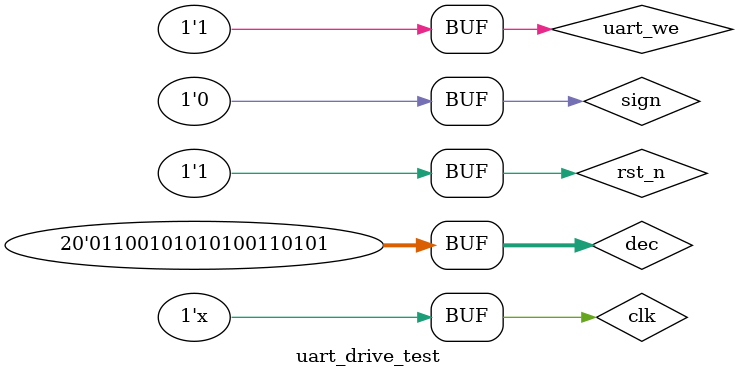
<source format=v>
`timescale 1ns / 1ps


module uart_drive_test;

	// Inputs
	reg clk;
	reg rst_n;
	reg [19:0] dec;
	reg sign;
	reg uart_we;

	// Outputs
	wire tx_reg;
	wire uart_end;

	// Instantiate the Unit Under Test (UUT)
	uart_drive uut (
		.clk(clk), 
		.rst_n(rst_n), 
		.dec(dec), 
		.sign(sign), 
		.uart_we(uart_we), 
		.tx_reg(tx_reg), 
		.uart_end(uart_end)
	);
always#10 clk = ~clk;
	initial begin
		// Initialize Inputs
		clk = 0;
		dec = 0;
		sign = 0;
		rst_n = 0;

		// Wait 100 ns for global reset to finish
		#50 rst_n = 1'b1;
		#100 dec =  20'b0110_0101_0101_0011_0101;
      #100 uart_we = 1; 
		// Add stimulus here

	end
      
endmodule


</source>
